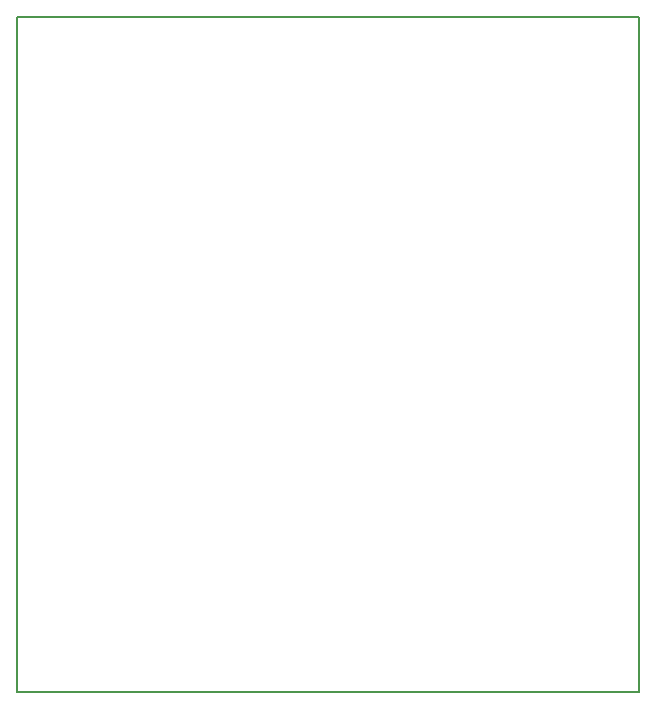
<source format=gm1>
G04 #@! TF.GenerationSoftware,KiCad,Pcbnew,5.1.3*
G04 #@! TF.CreationDate,2019-08-09T23:07:46+01:00*
G04 #@! TF.ProjectId,LEDregulator,4c454472-6567-4756-9c61-746f722e6b69,rev?*
G04 #@! TF.SameCoordinates,Original*
G04 #@! TF.FileFunction,Profile,NP*
%FSLAX46Y46*%
G04 Gerber Fmt 4.6, Leading zero omitted, Abs format (unit mm)*
G04 Created by KiCad (PCBNEW 5.1.3) date 2019-08-09 23:07:46*
%MOMM*%
%LPD*%
G04 APERTURE LIST*
%ADD10C,0.150000*%
G04 APERTURE END LIST*
D10*
X118110000Y-38100000D02*
X118110000Y-95250000D01*
X170815000Y-38100000D02*
X118110000Y-38100000D01*
X170815000Y-95250000D02*
X170815000Y-38100000D01*
X118110000Y-95250000D02*
X170815000Y-95250000D01*
M02*

</source>
